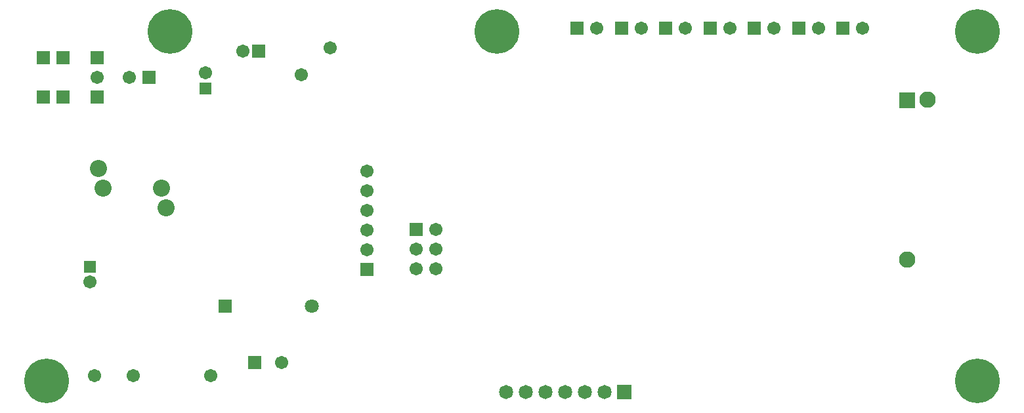
<source format=gbr>
G04 DipTrace 2.4.0.2*
%INBottomMask.gbr*%
%MOIN*%
%ADD71C,0.0828*%
%ADD73C,0.0671*%
%ADD75C,0.2268*%
%ADD77C,0.0868*%
%ADD81C,0.0718*%
%ADD83R,0.0718X0.0718*%
%ADD85C,0.071*%
%ADD87R,0.071X0.071*%
%ADD91R,0.0612X0.0612*%
%ADD93C,0.0671*%
%ADD95R,0.0671X0.0671*%
%ADD101C,0.0828*%
%ADD103R,0.0828X0.0828*%
%FSLAX44Y44*%
G04*
G70*
G90*
G75*
G01*
%LNBotMask*%
%LPD*%
D103*
X67071Y19503D3*
D101*
Y11432D3*
D95*
X34130Y22003D3*
D93*
X33343D3*
D91*
X31443Y20128D3*
D93*
Y20916D3*
D91*
X25565Y11065D3*
D93*
Y10278D3*
D95*
X33940Y6190D3*
D93*
X35318D3*
X25815Y5503D3*
X31721D3*
D87*
X32440Y9065D3*
D85*
X36850D3*
D95*
X39630Y10909D3*
D93*
Y11909D3*
Y12909D3*
Y13909D3*
Y14909D3*
Y15909D3*
D95*
X42130Y12940D3*
D93*
X43130D3*
X42130Y11940D3*
X43130D3*
X42130Y10940D3*
X43130D3*
D95*
X23190Y21690D3*
X24190D3*
X25940Y19690D3*
D93*
Y20690D3*
D95*
Y21690D3*
X24190Y19690D3*
X23190D3*
X28567Y20691D3*
D93*
X27567D3*
D95*
X54815Y23190D3*
D93*
X55815D3*
D95*
X57065D3*
D93*
X58065D3*
D95*
X59315D3*
D93*
X60315D3*
D95*
X61565D3*
D93*
X62565D3*
D95*
X63815D3*
D93*
X64815D3*
D95*
X50315D3*
D93*
X51315D3*
D95*
X52565D3*
D93*
X53565D3*
D83*
X52690Y4690D3*
D81*
X51690D3*
X50690D3*
X49690D3*
X48690D3*
X47690D3*
X46690D3*
D77*
X29190Y15065D3*
X26237D3*
D75*
X29628Y23003D3*
X46253D3*
X70628D3*
X23378Y5253D3*
X70628D3*
D73*
X27782Y5502D3*
X36318Y20816D3*
X37756Y22191D3*
D77*
X26003Y16065D3*
X29442Y14065D3*
D71*
X68090Y19540D3*
M02*

</source>
